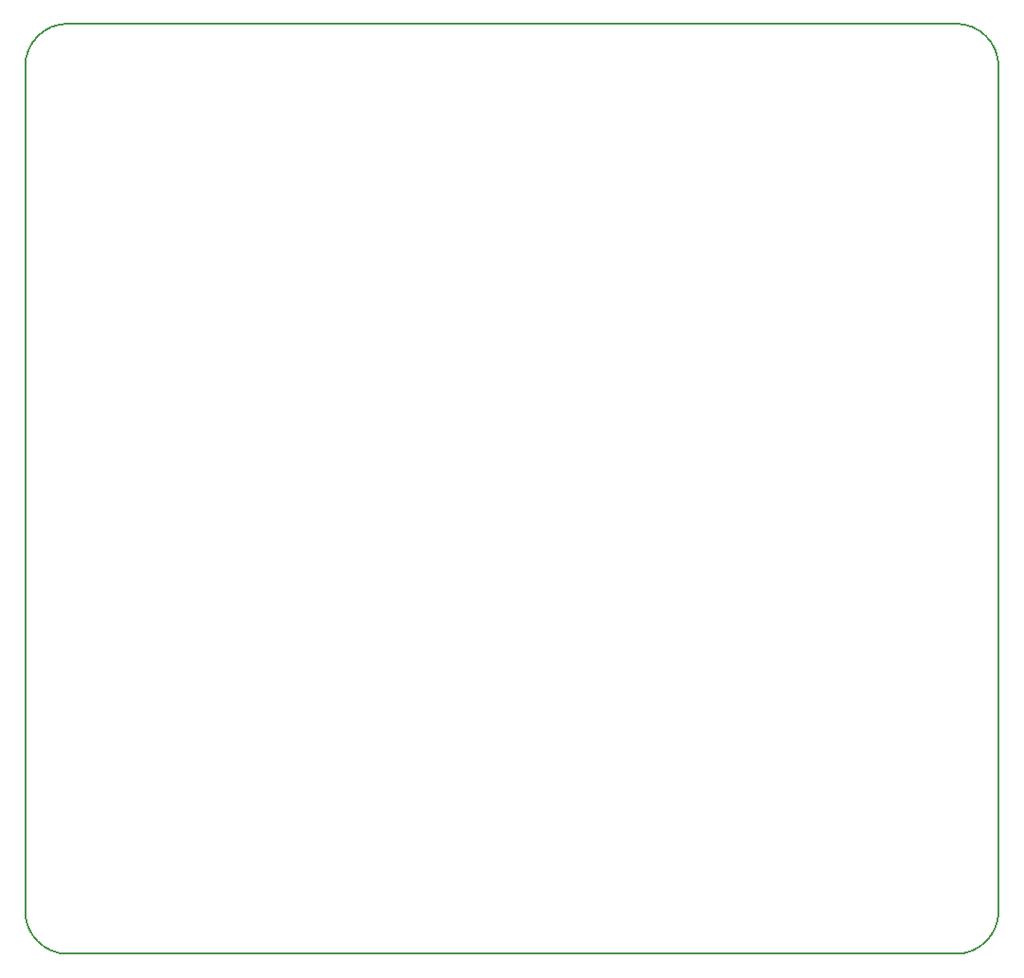
<source format=gm1>
G04 #@! TF.FileFunction,Profile,NP*
%FSLAX46Y46*%
G04 Gerber Fmt 4.6, Leading zero omitted, Abs format (unit mm)*
G04 Created by KiCad (PCBNEW 4.0.5) date Sat Mar 18 13:09:48 2017*
%MOMM*%
%LPD*%
G01*
G04 APERTURE LIST*
%ADD10C,0.100000*%
%ADD11C,0.150000*%
G04 APERTURE END LIST*
D10*
D11*
X132080000Y-59055000D02*
X211455000Y-59055000D01*
X128270000Y-66675000D02*
X128270000Y-62865000D01*
X128270000Y-138430000D02*
X128270000Y-66675000D01*
X132080000Y-59055000D02*
G75*
G03X128270000Y-62865000I0J-3810000D01*
G01*
X215265000Y-65405000D02*
X215265000Y-62865000D01*
X215265000Y-62865000D02*
G75*
G03X211455000Y-59055000I-3810000J0D01*
G01*
X215265000Y-138430000D02*
X215265000Y-65405000D01*
X132080000Y-142240000D02*
X211455000Y-142240000D01*
X128270000Y-138430000D02*
G75*
G03X132080000Y-142240000I3810000J0D01*
G01*
X211455000Y-142240000D02*
G75*
G03X215265000Y-138430000I0J3810000D01*
G01*
M02*

</source>
